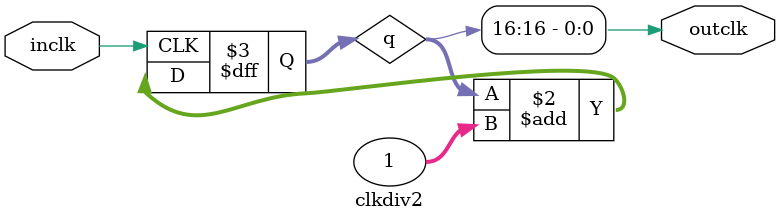
<source format=v>
`timescale 1ns / 1ps

module digital_clock(
    input clk,
    input [13:0] swt,
    input reset,
    input myset,
    output reg [6:0] C,
    output reg DP,
    output reg [7:0] AN
    );
    
    //led
    wire [6:0] C1;
    wire [6:0] C2;
    wire [6:0] C3;
    wire [6:0] C4;
    
    //time
    reg [3:0] T1;
    reg [3:0] T2;
    reg [3:0] T3;
    reg [3:0] T4;
    
    //counter
    reg [1:0] cnt;
    
    wire myclk1,myclk2;
    clkdiv1 c1(clk,myclk1);//time
    clkdiv2 c2(clk,myclk2);//display
    
    always@(posedge myclk1)//beep
        DP<=~DP;
    
    always@(posedge myclk1, posedge reset, posedge myset)//set time
    begin
    if(reset)
    begin
        T4<=4'b0000;
        T3<=4'b0000;
        T2<=4'b0000;
        T1<=4'b0000;
    end  
    else
    if(myset)
    begin
        T4<={0,0,swt[13],swt[12]};
        T3<=swt[11:8];
        T2<=swt[7:4];
        T1<=swt[3:0];
    end  
    else
        if(T4==4'b0010&T3==4'b0011&T2==4'b0101&T1==4'b1001)//23:59
        begin
            T4<=4'b0000;
            T3<=4'b0000;
            T2<=4'b0000;
            T1<=4'b0000;
        end
        else
            if(T3==4'b1001&T2==4'b0101&T1==4'b1001)//x9:59
            begin
                T4<=T4+1;
                T3<=4'b0000;
                T2<=4'b0000;
                T1<=4'b0000;
            end
            else
                if(T2==4'b0101&T1==4'b1001)//xx:59
                begin
                    T4<=T4;
                    T3<=T3+1;
                    T2<=4'b0000;
                    T1<=4'b0000;
                end
                else
                    if(T1==4'b1001)//xx:x9
                    begin
                        T4<=T4;
                        T3<=T3;
                        T2<=T2+1;
                        T1<=4'b0000;
                    end
                    else//xx:xx
                    begin
                        T4<=T4;
                        T3<=T3;
                        T2<=T2;
                        T1<=T1+1;
                    end
    end
    
    //set led
    BCD_7_segment_display b1(T1[3:0],C1[6:0]);
    BCD_7_segment_display b2(T2[3:0],C2[6:0]);
    BCD_7_segment_display b3(T3[3:0],C3[6:0]);
    BCD_7_segment_display b4(T4[3:0],C4[6:0]);
    
    //display
    always@(posedge myclk2)
    begin
        case(cnt)
        2'b00:
            begin
            AN<=8'b11111110;
            C<=C1;
            cnt<=cnt+1;
            end
        2'b01:
            begin
            AN<=8'b11111101;
            C<=C2;
            cnt<=cnt+1;
            end
        2'b10:
            begin
            AN<=8'b11111011;
            C<=C3;
            cnt<=cnt+1;
            end
        2'b11:
            begin
            AN<=8'b11110111;
            C<=C4;
            cnt<=cnt+1;
            end
        endcase
    end
    
endmodule

module BCD_7_segment_display(
    input [3:0] swt,
    output reg [6:0] C
    );
    
    //set 7 segment
    always@(swt)
    begin
    case(swt)
    4'b0000:C=7'b0000001;
    4'b0001:C=7'b1001111;
    4'b0010:C=7'b0010010;
    4'b0011:C=7'b0000110;
    4'b0100:C=7'b1001100;
    4'b0101:C=7'b0100100;
    4'b0110:C=7'b0100000;
    4'b0111:C=7'b0001111;
    4'b1000:C=7'b0000000;
    4'b1001:C=7'b0000100;
    default:C=7'b0000001;//consider it 0
    endcase
    end
    
endmodule

module clkdiv1(
    input inclk,
    output outclk
    );
    reg [35:0]q;
    always@(posedge inclk)
         q<=q+1;
    assign outclk=q[26];//around 0.75Hz
endmodule

module clkdiv2(
    input inclk,
    output outclk
    );
    reg [35:0]q;
    always@(posedge inclk)
         q<=q+1;
    assign outclk=q[16];//around 3kHz
endmodule

</source>
